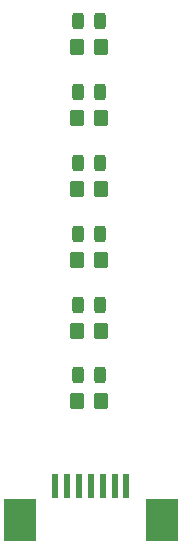
<source format=gbr>
%TF.GenerationSoftware,KiCad,Pcbnew,8.0.2*%
%TF.CreationDate,2025-03-09T15:07:13+01:00*%
%TF.ProjectId,ledPcb,6c656450-6362-42e6-9b69-6361645f7063,rev?*%
%TF.SameCoordinates,Original*%
%TF.FileFunction,Paste,Top*%
%TF.FilePolarity,Positive*%
%FSLAX46Y46*%
G04 Gerber Fmt 4.6, Leading zero omitted, Abs format (unit mm)*
G04 Created by KiCad (PCBNEW 8.0.2) date 2025-03-09 15:07:13*
%MOMM*%
%LPD*%
G01*
G04 APERTURE LIST*
G04 Aperture macros list*
%AMRoundRect*
0 Rectangle with rounded corners*
0 $1 Rounding radius*
0 $2 $3 $4 $5 $6 $7 $8 $9 X,Y pos of 4 corners*
0 Add a 4 corners polygon primitive as box body*
4,1,4,$2,$3,$4,$5,$6,$7,$8,$9,$2,$3,0*
0 Add four circle primitives for the rounded corners*
1,1,$1+$1,$2,$3*
1,1,$1+$1,$4,$5*
1,1,$1+$1,$6,$7*
1,1,$1+$1,$8,$9*
0 Add four rect primitives between the rounded corners*
20,1,$1+$1,$2,$3,$4,$5,0*
20,1,$1+$1,$4,$5,$6,$7,0*
20,1,$1+$1,$6,$7,$8,$9,0*
20,1,$1+$1,$8,$9,$2,$3,0*%
G04 Aperture macros list end*
%ADD10RoundRect,0.250000X-0.350000X-0.450000X0.350000X-0.450000X0.350000X0.450000X-0.350000X0.450000X0*%
%ADD11RoundRect,0.243750X-0.243750X-0.456250X0.243750X-0.456250X0.243750X0.456250X-0.243750X0.456250X0*%
%ADD12R,0.610000X2.000000*%
%ADD13R,2.680000X3.600000*%
G04 APERTURE END LIST*
D10*
%TO.C,R2*%
X129556000Y-100498000D03*
X131556000Y-100498000D03*
%TD*%
%TO.C,R1*%
X129556000Y-94498000D03*
X131556000Y-94498000D03*
%TD*%
%TO.C,R3*%
X129556000Y-70498000D03*
X131556000Y-70498000D03*
%TD*%
%TO.C,R6*%
X129556000Y-88498000D03*
X131556000Y-88498000D03*
%TD*%
%TO.C,R5*%
X129556000Y-82498000D03*
X131556000Y-82498000D03*
%TD*%
D11*
%TO.C,D3*%
X129618500Y-80298000D03*
X131493500Y-80298000D03*
%TD*%
%TO.C,D5*%
X129618500Y-92298000D03*
X131493500Y-92298000D03*
%TD*%
D12*
%TO.C,J2*%
X127731000Y-107696000D03*
X128731000Y-107696000D03*
X129731000Y-107696000D03*
X130731000Y-107696000D03*
X131731000Y-107696000D03*
X132731000Y-107696000D03*
X133731000Y-107696000D03*
D13*
X124741000Y-110496000D03*
X136721000Y-110496000D03*
%TD*%
D11*
%TO.C,D6*%
X129618500Y-98298000D03*
X131493500Y-98298000D03*
%TD*%
%TO.C,D2*%
X129618500Y-74298000D03*
X131493500Y-74298000D03*
%TD*%
%TO.C,D1*%
X129618500Y-68298000D03*
X131493500Y-68298000D03*
%TD*%
D10*
%TO.C,R4*%
X129556000Y-76498000D03*
X131556000Y-76498000D03*
%TD*%
D11*
%TO.C,D4*%
X129618500Y-86298000D03*
X131493500Y-86298000D03*
%TD*%
M02*

</source>
